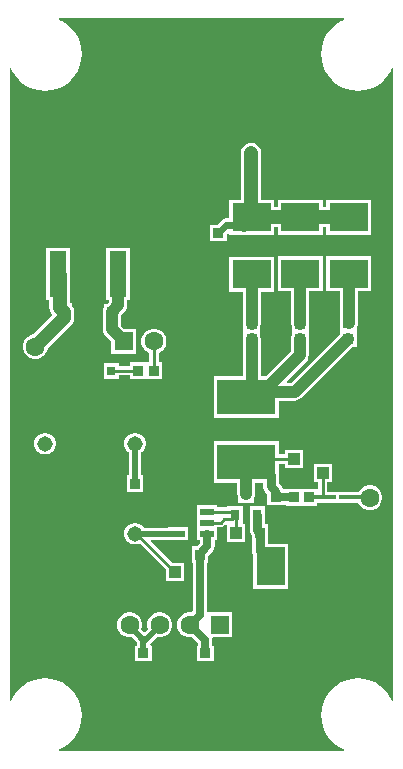
<source format=gtl>
G04*
G04 #@! TF.GenerationSoftware,Altium Limited,Altium Designer,21.6.4 (81)*
G04*
G04 Layer_Physical_Order=1*
G04 Layer_Color=255*
%FSLAX44Y44*%
%MOMM*%
G71*
G04*
G04 #@! TF.SameCoordinates,CE7750B5-B6F3-47FA-9723-5704EF157F2E*
G04*
G04*
G04 #@! TF.FilePolarity,Positive*
G04*
G01*
G75*
%ADD14R,1.0000X1.0000*%
%ADD15R,2.4500X3.3000*%
%ADD16R,1.4500X3.9200*%
%ADD17R,0.8300X0.9400*%
%ADD18R,3.3000X2.4500*%
%ADD19R,0.9400X0.8300*%
%ADD20R,0.5541X0.4627*%
%ADD21R,0.8020X0.9720*%
%ADD22R,5.0000X3.0000*%
%ADD23R,1.2000X0.6000*%
%ADD24R,0.8000X0.8000*%
%ADD43R,10.7500X8.7500*%
%ADD44C,0.3500*%
%ADD45C,0.2540*%
%ADD46C,0.8000*%
%ADD47C,0.7000*%
%ADD48C,0.6000*%
%ADD49C,1.2000*%
%ADD50C,0.5000*%
%ADD51C,1.0000*%
%ADD52C,1.6000*%
%ADD53R,1.6000X1.6000*%
%ADD54C,1.3100*%
%ADD55R,1.6000X1.6000*%
%ADD56C,0.6000*%
%ADD57C,1.0000*%
G36*
X283249Y618730D02*
X280865Y617742D01*
X276699Y615190D01*
X272983Y612016D01*
X269811Y608301D01*
X267258Y604135D01*
X265388Y599622D01*
X264247Y594871D01*
X263864Y590000D01*
X264247Y585129D01*
X265388Y580378D01*
X267258Y575865D01*
X269811Y571699D01*
X272983Y567984D01*
X276699Y564810D01*
X280865Y562258D01*
X285378Y560388D01*
X290129Y559247D01*
X295000Y558864D01*
X299871Y559247D01*
X304622Y560388D01*
X309135Y562258D01*
X313301Y564810D01*
X317017Y567984D01*
X320190Y571699D01*
X322742Y575865D01*
X323730Y578249D01*
X325000Y577996D01*
Y42004D01*
X323730Y41751D01*
X322742Y44135D01*
X320190Y48301D01*
X317017Y52017D01*
X313301Y55189D01*
X309135Y57742D01*
X304622Y59612D01*
X299871Y60753D01*
X295000Y61136D01*
X290129Y60753D01*
X285378Y59612D01*
X280865Y57742D01*
X276699Y55189D01*
X272983Y52017D01*
X269811Y48301D01*
X267258Y44135D01*
X265388Y39622D01*
X264247Y34871D01*
X263864Y30000D01*
X264247Y25129D01*
X265388Y20378D01*
X267258Y15865D01*
X269811Y11699D01*
X272983Y7983D01*
X276699Y4811D01*
X280865Y2258D01*
X283249Y1270D01*
X282996Y0D01*
X42004D01*
X41751Y1270D01*
X44135Y2258D01*
X48301Y4811D01*
X52017Y7983D01*
X55189Y11699D01*
X57742Y15865D01*
X59612Y20378D01*
X60753Y25129D01*
X61136Y30000D01*
X60753Y34871D01*
X59612Y39622D01*
X57742Y44135D01*
X55189Y48301D01*
X52017Y52017D01*
X48301Y55189D01*
X44135Y57742D01*
X39622Y59612D01*
X34871Y60753D01*
X30000Y61136D01*
X25129Y60753D01*
X20378Y59612D01*
X15865Y57742D01*
X11699Y55189D01*
X7983Y52017D01*
X4811Y48301D01*
X2258Y44135D01*
X1270Y41751D01*
X0Y42004D01*
Y577996D01*
X1270Y578249D01*
X2258Y575865D01*
X4811Y571699D01*
X7983Y567984D01*
X11699Y564810D01*
X15865Y562258D01*
X20378Y560388D01*
X25129Y559247D01*
X30000Y558864D01*
X34871Y559247D01*
X39622Y560388D01*
X44135Y562258D01*
X48301Y564810D01*
X52017Y567984D01*
X55189Y571699D01*
X57742Y575865D01*
X59612Y580378D01*
X60753Y585129D01*
X61136Y590000D01*
X60753Y594871D01*
X59612Y599622D01*
X57742Y604135D01*
X55189Y608301D01*
X52017Y612016D01*
X48301Y615190D01*
X44135Y617742D01*
X41751Y618730D01*
X42004Y620000D01*
X282996D01*
X283249Y618730D01*
D02*
G37*
%LPC*%
G36*
X204500Y514614D02*
X202271Y514320D01*
X200193Y513460D01*
X198409Y512091D01*
X197040Y510307D01*
X196180Y508229D01*
X195886Y506000D01*
Y466290D01*
X185960D01*
Y450899D01*
X183400D01*
X183400Y450899D01*
X181238Y450469D01*
X179406Y449244D01*
X179406Y449244D01*
X175202Y445040D01*
X169260D01*
Y431660D01*
X183740D01*
Y437602D01*
X184690Y438552D01*
X185960Y438026D01*
Y436710D01*
X198190D01*
X198750Y436636D01*
X199310Y436710D01*
X224040D01*
Y443011D01*
X227210D01*
Y436960D01*
X265290D01*
Y443136D01*
X268253D01*
Y436960D01*
X306332D01*
Y466540D01*
X268253D01*
Y460364D01*
X265290D01*
Y466540D01*
X227210D01*
Y460239D01*
X224040D01*
Y466290D01*
X213114D01*
Y506000D01*
X212820Y508229D01*
X211960Y510307D01*
X210591Y512091D01*
X208807Y513460D01*
X206729Y514320D01*
X204500Y514614D01*
D02*
G37*
G36*
X101590Y425890D02*
X82010D01*
Y381610D01*
X84195D01*
Y380108D01*
X82577Y378490D01*
X79953D01*
Y375352D01*
X79297Y373768D01*
X79037Y371800D01*
Y356715D01*
X79297Y354747D01*
X80056Y352912D01*
X81265Y351337D01*
X86260Y346342D01*
Y336017D01*
X107340D01*
Y357098D01*
X97015D01*
X94248Y359865D01*
Y368650D01*
X97178Y371580D01*
X98386Y373155D01*
X99146Y374989D01*
X99405Y376958D01*
Y381610D01*
X101590D01*
Y425890D01*
D02*
G37*
G36*
X50790D02*
X31210D01*
Y381610D01*
X33636D01*
Y375150D01*
X33930Y372921D01*
X34790Y370843D01*
X36159Y369059D01*
X36293Y368925D01*
X20015Y352647D01*
X17682Y352022D01*
X15278Y350634D01*
X13316Y348672D01*
X11928Y346268D01*
X11210Y343588D01*
Y340812D01*
X11928Y338132D01*
X13316Y335728D01*
X15278Y333766D01*
X17682Y332378D01*
X20362Y331660D01*
X23138D01*
X25818Y332378D01*
X28222Y333766D01*
X30184Y335728D01*
X31572Y338132D01*
X32197Y340465D01*
X51991Y360259D01*
X53360Y362043D01*
X54220Y364121D01*
X54514Y366350D01*
Y371500D01*
X54220Y373729D01*
X53360Y375807D01*
X52590Y376810D01*
Y378740D01*
X50864D01*
Y402500D01*
X50790Y403060D01*
Y425890D01*
D02*
G37*
G36*
X123588Y357098D02*
X120812D01*
X118132Y356379D01*
X115728Y354992D01*
X113766Y353029D01*
X112378Y350626D01*
X111660Y347945D01*
Y345170D01*
X112378Y342489D01*
X113766Y340086D01*
X115728Y338123D01*
X118132Y336736D01*
X118315Y336687D01*
Y329105D01*
X102210D01*
Y325750D01*
X92727D01*
Y328105D01*
X79647D01*
Y315025D01*
X92727D01*
Y317980D01*
X102210D01*
Y314625D01*
X128790D01*
Y329105D01*
X126085D01*
Y336687D01*
X126268Y336736D01*
X128672Y338123D01*
X130634Y340086D01*
X132022Y342489D01*
X132740Y345170D01*
Y347945D01*
X132022Y350626D01*
X130634Y353029D01*
X128672Y354992D01*
X126268Y356379D01*
X123588Y357098D01*
D02*
G37*
G36*
X306332Y418540D02*
X268253D01*
Y388960D01*
X279688D01*
Y368540D01*
X279510D01*
Y352715D01*
X238400Y311605D01*
X234952D01*
X234466Y312778D01*
X251078Y329390D01*
X252286Y330965D01*
X253046Y332799D01*
X253305Y334767D01*
Y341710D01*
X253490D01*
Y354910D01*
Y359376D01*
X253596Y359632D01*
X253855Y361600D01*
Y388960D01*
X265290D01*
Y418540D01*
X227210D01*
Y388960D01*
X238645D01*
Y361600D01*
X238904Y359632D01*
X239010Y359376D01*
Y351952D01*
X238354Y350368D01*
X238095Y348400D01*
Y337918D01*
X217285Y317107D01*
X212605D01*
Y348400D01*
X212346Y350368D01*
X212240Y350624D01*
Y359376D01*
X212346Y359632D01*
X212605Y361600D01*
Y388710D01*
X224040D01*
Y418290D01*
X185960D01*
Y388710D01*
X197395D01*
Y361600D01*
X197654Y359632D01*
X197760Y359376D01*
Y350624D01*
X197654Y350368D01*
X197395Y348400D01*
Y317107D01*
X172960D01*
Y282027D01*
X228040D01*
Y296395D01*
X241550D01*
X243518Y296654D01*
X245352Y297414D01*
X246928Y298622D01*
X290239Y341934D01*
X290302Y341960D01*
X293990D01*
Y346426D01*
X294096Y346682D01*
X294355Y348650D01*
X294096Y350618D01*
X293990Y350874D01*
Y358859D01*
X294639Y360424D01*
X294898Y362393D01*
Y388960D01*
X306332D01*
Y418540D01*
D02*
G37*
G36*
X31197Y269090D02*
X28803D01*
X26491Y268470D01*
X24419Y267274D01*
X22726Y265581D01*
X21530Y263509D01*
X20910Y261197D01*
Y258803D01*
X21530Y256491D01*
X22726Y254419D01*
X24419Y252726D01*
X26491Y251530D01*
X28803Y250910D01*
X31197D01*
X33509Y251530D01*
X35581Y252726D01*
X37274Y254419D01*
X38470Y256491D01*
X39090Y258803D01*
Y261197D01*
X38470Y263509D01*
X37274Y265581D01*
X35581Y267274D01*
X33509Y268470D01*
X31197Y269090D01*
D02*
G37*
G36*
X228040Y262108D02*
X172960D01*
Y227027D01*
X192895D01*
Y217355D01*
X193154Y215387D01*
X193695Y214080D01*
Y209700D01*
X206795D01*
Y213173D01*
X207086Y213552D01*
X207846Y215387D01*
X208105Y217355D01*
Y227027D01*
X214389D01*
Y224082D01*
X214614Y222375D01*
X215273Y220784D01*
X216321Y219418D01*
X218204Y217535D01*
Y215250D01*
X218260Y214821D01*
Y208410D01*
X232740D01*
X233703Y207668D01*
Y207260D01*
X260282D01*
Y210126D01*
X268639D01*
Y209646D01*
X286346D01*
Y210001D01*
X295331D01*
X296615Y207778D01*
X298577Y205816D01*
X300980Y204428D01*
X303661Y203710D01*
X306436D01*
X309117Y204428D01*
X311521Y205816D01*
X313483Y207778D01*
X314870Y210182D01*
X315589Y212862D01*
Y215638D01*
X314870Y218318D01*
X313483Y220722D01*
X311521Y222684D01*
X309117Y224072D01*
X306436Y224790D01*
X303661D01*
X300980Y224072D01*
X298577Y222684D01*
X296615Y220722D01*
X295476Y218749D01*
X286346D01*
Y219354D01*
X268885D01*
Y227460D01*
X272540D01*
Y242540D01*
X257460D01*
Y227460D01*
X261115D01*
Y222665D01*
X260282Y221740D01*
X233703D01*
Y221740D01*
X232740Y221790D01*
Y221790D01*
X232453Y221790D01*
X231196D01*
X231172Y221975D01*
X230513Y223566D01*
X229464Y224932D01*
X228463Y225933D01*
X228040Y227027D01*
X228040Y227027D01*
X228040D01*
X228040Y227027D01*
Y243115D01*
X232960D01*
Y239460D01*
X248040D01*
Y254540D01*
X232960D01*
Y250885D01*
X228040D01*
Y262108D01*
D02*
G37*
G36*
X107397Y269090D02*
X105003D01*
X102691Y268470D01*
X100619Y267274D01*
X98926Y265581D01*
X97730Y263509D01*
X97110Y261197D01*
Y258803D01*
X97730Y256491D01*
X98926Y254419D01*
X100619Y252726D01*
X101061Y252471D01*
Y233298D01*
X99160D01*
Y218818D01*
X112540D01*
Y233298D01*
X111339D01*
Y252471D01*
X111781Y252726D01*
X113474Y254419D01*
X114670Y256491D01*
X115290Y258803D01*
Y261197D01*
X114670Y263509D01*
X113474Y265581D01*
X111781Y267274D01*
X109709Y268470D01*
X107397Y269090D01*
D02*
G37*
G36*
Y192890D02*
X105003D01*
X102691Y192271D01*
X100619Y191074D01*
X98926Y189381D01*
X97730Y187309D01*
X97110Y184997D01*
Y182603D01*
X97730Y180291D01*
X98926Y178219D01*
X100619Y176526D01*
X102691Y175329D01*
X105003Y174710D01*
X107397D01*
X109709Y175329D01*
X110000Y175498D01*
X132460Y153038D01*
Y143451D01*
X147540D01*
Y158532D01*
X137954D01*
X119147Y177338D01*
X119633Y178511D01*
X133903D01*
Y177960D01*
X150983D01*
Y189040D01*
X133903D01*
Y188789D01*
X113816D01*
X113474Y189381D01*
X111781Y191074D01*
X109709Y192271D01*
X107397Y192890D01*
D02*
G37*
G36*
X175983Y208040D02*
X158903D01*
Y196960D01*
Y187460D01*
Y177960D01*
X161284D01*
Y175443D01*
X159081Y173240D01*
X154410D01*
Y158760D01*
X154942D01*
Y117846D01*
X153959Y117008D01*
X153838Y117040D01*
X151062D01*
X148382Y116322D01*
X145978Y114934D01*
X144016Y112972D01*
X142628Y110568D01*
X141910Y107888D01*
Y105112D01*
X142628Y102432D01*
X144016Y100028D01*
X145978Y98066D01*
X148382Y96678D01*
X151062Y95960D01*
X153838D01*
X154187Y96054D01*
X159342Y90899D01*
Y89040D01*
X158260D01*
Y75660D01*
X172740D01*
Y89040D01*
X171658D01*
Y93450D01*
X171412Y94690D01*
X172454Y95960D01*
X188390D01*
Y117040D01*
X167310D01*
X167258Y118289D01*
Y158760D01*
X167790D01*
Y164531D01*
X171797Y168538D01*
X173132Y170536D01*
X173601Y172893D01*
Y177960D01*
X175983D01*
Y189115D01*
X178684D01*
X180170Y189411D01*
X181431Y190253D01*
X182690Y191512D01*
X183960Y190986D01*
Y176960D01*
X199040D01*
Y192040D01*
X197295D01*
Y206800D01*
X184195D01*
Y206385D01*
X175983D01*
Y208040D01*
D02*
G37*
G36*
X216295Y206800D02*
X203195D01*
Y199753D01*
X203149Y199400D01*
Y186452D01*
X203373Y184745D01*
X204032Y183154D01*
X205081Y181788D01*
X205210Y181659D01*
Y177057D01*
X205304D01*
Y169405D01*
X205528Y167698D01*
X206187Y166107D01*
X206210Y166077D01*
Y137015D01*
X235790D01*
Y175095D01*
X218496D01*
Y177057D01*
X218590D01*
Y191537D01*
X216341D01*
Y199400D01*
X216295Y199753D01*
Y206800D01*
D02*
G37*
G36*
X128438Y117040D02*
X125662D01*
X122982Y116322D01*
X120578Y114934D01*
X118616Y112972D01*
X117228Y110568D01*
X116510Y107888D01*
Y105112D01*
X117137Y102772D01*
X114350Y99985D01*
X111563Y102772D01*
X112190Y105112D01*
Y107888D01*
X111472Y110568D01*
X110084Y112972D01*
X108122Y114934D01*
X105718Y116322D01*
X103038Y117040D01*
X100262D01*
X97582Y116322D01*
X95178Y114934D01*
X93216Y112972D01*
X91828Y110568D01*
X91110Y107888D01*
Y105112D01*
X91828Y102432D01*
X93216Y100028D01*
X95178Y98066D01*
X97582Y96678D01*
X100262Y95960D01*
X103038D01*
X103671Y96130D01*
X108111Y91689D01*
Y89040D01*
X106010D01*
Y75660D01*
X120490D01*
Y89040D01*
X119736D01*
X119210Y90310D01*
X125029Y96130D01*
X125662Y95960D01*
X128438D01*
X131118Y96678D01*
X133522Y98066D01*
X135484Y100028D01*
X136872Y102432D01*
X137590Y105112D01*
Y107888D01*
X136872Y110568D01*
X135484Y112972D01*
X133522Y114934D01*
X131118Y116322D01*
X128438Y117040D01*
D02*
G37*
%LPD*%
D14*
X265000Y235000D02*
D03*
X140000Y150991D02*
D03*
X191500Y184500D02*
D03*
X240500Y247000D02*
D03*
D15*
X221000Y156055D02*
D03*
X269000D02*
D03*
D16*
X41000Y403750D02*
D03*
X66400D02*
D03*
X91800D02*
D03*
D17*
X211900Y184298D02*
D03*
X225100D02*
D03*
X122100Y321865D02*
D03*
X108900D02*
D03*
X73443Y371250D02*
D03*
X86643D02*
D03*
X59100Y371500D02*
D03*
X45900D02*
D03*
X92650Y226057D02*
D03*
X105850D02*
D03*
X240392Y214500D02*
D03*
X253592D02*
D03*
X147900Y166000D02*
D03*
X161100D02*
D03*
D18*
X287292Y451750D02*
D03*
Y403750D02*
D03*
X246250Y451750D02*
D03*
Y403750D02*
D03*
X205000Y451500D02*
D03*
Y403500D02*
D03*
D19*
X286750Y361850D02*
D03*
Y348650D02*
D03*
X246250Y361600D02*
D03*
Y348400D02*
D03*
X205000Y361600D02*
D03*
Y348400D02*
D03*
X113250Y82350D02*
D03*
Y69150D02*
D03*
X165500Y82350D02*
D03*
Y69150D02*
D03*
X176500Y425150D02*
D03*
Y438350D02*
D03*
X225500Y201900D02*
D03*
Y215100D02*
D03*
D20*
X281036Y214500D02*
D03*
X273949D02*
D03*
D21*
X200245Y217100D02*
D03*
X209745Y199400D02*
D03*
X190745D02*
D03*
D22*
X200500Y299567D02*
D03*
Y244568D02*
D03*
D23*
X167443Y183500D02*
D03*
Y193000D02*
D03*
Y202500D02*
D03*
X142443D02*
D03*
Y193000D02*
D03*
Y183500D02*
D03*
D24*
X86187Y321565D02*
D03*
X70187D02*
D03*
D43*
X66400Y506750D02*
D03*
D44*
X265000Y214500D02*
X273949D01*
X253592D02*
X265000D01*
X281036D02*
X281161Y214375D01*
X304924D01*
X305049Y214250D01*
D45*
X265000Y214500D02*
Y235000D01*
X26515Y321565D02*
X70187D01*
X21750Y316800D02*
X26515Y321565D01*
X86187D02*
X86488Y321865D01*
X108900D01*
X122200Y321965D02*
Y346558D01*
X122100Y321865D02*
X122200Y321965D01*
X165500Y56607D02*
X177100Y45007D01*
X165500Y56607D02*
Y58808D01*
Y69150D01*
X151700Y45007D02*
X165500Y58808D01*
X113250Y57357D02*
X113950D01*
X126300Y45007D01*
X100900D02*
X113250Y57357D01*
Y69150D01*
X107341Y183650D02*
X140000Y150991D01*
X107191Y183800D02*
X107341Y183650D01*
X106200Y183800D02*
X107191D01*
X188005Y195810D02*
X190745Y198550D01*
Y199400D01*
X167443Y193000D02*
X178684D01*
X181494Y195810D01*
X188005D01*
X190745Y199400D02*
X191500Y198645D01*
Y184500D02*
Y198645D01*
X167443Y202500D02*
X188005D01*
X190745Y199760D01*
Y199400D02*
Y199760D01*
X208340Y244568D02*
X222070Y230837D01*
X200500Y244568D02*
X208340D01*
X239792Y215100D02*
X240392Y214500D01*
X202932Y247000D02*
X240500D01*
X200500Y244568D02*
X202932Y247000D01*
X200245Y217100D02*
X200500Y217355D01*
X286750Y361850D02*
X287292Y362393D01*
D46*
X211900Y169405D02*
X221000Y160305D01*
X211900Y169405D02*
Y184298D01*
X221000Y156055D02*
Y160305D01*
X224800Y215250D02*
X224950Y215100D01*
X220985Y224082D02*
X224800Y220268D01*
X209985Y244568D02*
X220985Y233568D01*
X224800Y215250D02*
Y220268D01*
X220985Y224082D02*
Y233568D01*
X200500Y244568D02*
X209985D01*
X224950Y215100D02*
X225500D01*
X225100Y184298D02*
Y201500D01*
X225500Y201900D01*
X209745Y186452D02*
X211900Y184298D01*
X209745Y186452D02*
Y199400D01*
D47*
X161100Y115150D02*
Y166000D01*
X152450Y106500D02*
X161100Y115150D01*
Y166000D02*
Y166550D01*
X152450Y106500D02*
X165500Y93450D01*
Y82350D02*
Y93450D01*
X161100Y166550D02*
X167443Y172893D01*
Y183500D01*
X225500Y215100D02*
X239792D01*
D48*
X176500Y438350D02*
X183400Y445250D01*
X198750D01*
D49*
X205000Y451500D01*
X246250Y451750D02*
X287292D01*
X205125Y451625D02*
X246125D01*
X246250Y451750D01*
X205000Y451500D02*
X205125Y451625D01*
X204500Y452000D02*
Y506000D01*
Y452000D02*
X205000Y451500D01*
X42250Y375150D02*
Y402500D01*
X41000Y403750D02*
X42250Y402500D01*
Y375150D02*
X45900Y371500D01*
Y366350D02*
Y371500D01*
X21750Y342200D02*
X45900Y366350D01*
D50*
X106200Y226407D02*
Y260000D01*
X105850Y226057D02*
X106200Y226407D01*
X113250Y82350D02*
Y91618D01*
X101650Y105418D02*
X113250Y93818D01*
X101650Y105418D02*
Y106500D01*
X113250Y91618D02*
Y93818D01*
X127050Y105418D02*
Y106500D01*
X113250Y91618D02*
X127050Y105418D01*
X107341Y183650D02*
X142293D01*
X142443Y183500D01*
D51*
X86643Y356715D02*
Y371250D01*
Y356715D02*
X96800Y346558D01*
X86643Y371250D02*
Y371800D01*
X91800Y376958D02*
Y403750D01*
X86643Y371800D02*
X91800Y376958D01*
X200500Y217355D02*
Y244568D01*
X245700Y334767D02*
Y348400D01*
X214933Y304000D02*
X245700Y334767D01*
X204933Y304000D02*
X214933D01*
X204933D02*
X205000Y304067D01*
X200500Y299567D02*
X204933Y304000D01*
X241550D02*
X286200Y348650D01*
X214933Y304000D02*
X241550D01*
X286200Y348650D02*
X286750D01*
X205000Y304067D02*
Y348400D01*
X246250Y361600D02*
Y403750D01*
X287292Y362393D02*
Y403750D01*
X205000Y361600D02*
Y403500D01*
D52*
X152450Y106500D02*
D03*
X127050D02*
D03*
X101650D02*
D03*
X177100Y45007D02*
D03*
X151700D02*
D03*
X126300D02*
D03*
X122200Y346558D02*
D03*
X21750Y342200D02*
D03*
X305049Y214250D02*
D03*
D53*
X177850Y106500D02*
D03*
X100900Y45007D02*
D03*
X96800Y346558D02*
D03*
D54*
X106200Y183800D02*
D03*
X30000Y260000D02*
D03*
Y183800D02*
D03*
X106200Y260000D02*
D03*
D55*
X21750Y316800D02*
D03*
D56*
X65000Y345000D02*
D03*
X95000Y500000D02*
D03*
Y525000D02*
D03*
Y480000D02*
D03*
X65000D02*
D03*
X35000D02*
D03*
X65000Y500000D02*
D03*
X35000D02*
D03*
X65000Y525000D02*
D03*
X35000D02*
D03*
X145000Y270000D02*
D03*
X140000Y405000D02*
D03*
Y515000D02*
D03*
X305000Y530000D02*
D03*
X285000Y290000D02*
D03*
X265000Y105000D02*
D03*
X30000Y110000D02*
D03*
X220000Y600000D02*
D03*
X100000D02*
D03*
D57*
X204500Y506000D02*
D03*
M02*

</source>
